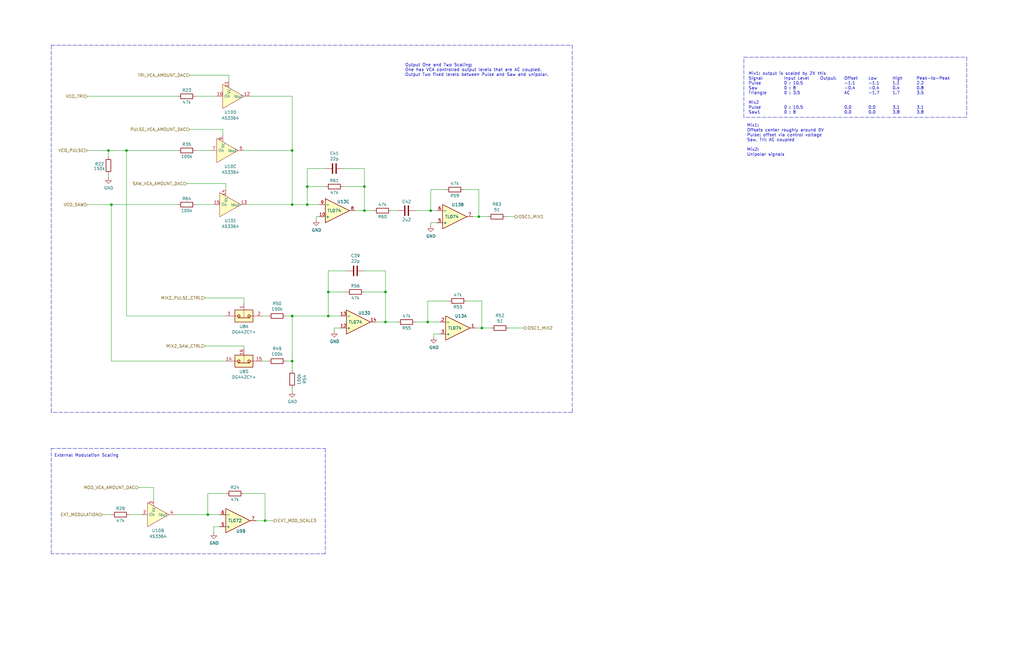
<source format=kicad_sch>
(kicad_sch (version 20230121) (generator eeschema)
  (paper "B")
  (title_block (title "Zoxnoxious 3340 Oscillator") (date "2024-06-20") (rev "0.7") (company "Zoxnoxious Engineering"))
  (lib_symbols
    (symbol "Amplifier_Operational:TL072" (pin_names (offset 0.127))
      (property "Reference" "U" (at 0 5.08 0))
      (property "Value" "TL072" (at 0 -5.08 0))
      (symbol "TL072_1_1"
        (polyline (pts (xy -5.08 5.08) (xy 5.08 0) (xy -5.08 -5.08) (xy -5.08 5.08)) (stroke (width 0.254)) (fill (type background)))
        (pin output line (at 7.62 0 180) (length 2.54) (name "~") (number "1"))
        (pin input line (at -7.62 -2.54 0) (length 2.54) (name "-") (number "2"))
        (pin input line (at -7.62 2.54 0) (length 2.54) (name "+") (number "3"))
      )
      (symbol "TL072_2_1"
        (polyline (pts (xy -5.08 5.08) (xy 5.08 0) (xy -5.08 -5.08) (xy -5.08 5.08)) (stroke (width 0.254)) (fill (type background)))
        (pin input line (at -7.62 2.54 0) (length 2.54) (name "+") (number "5"))
        (pin input line (at -7.62 -2.54 0) (length 2.54) (name "-") (number "6"))
        (pin output line (at 7.62 0 180) (length 2.54) (name "~") (number "7"))
      )
      (symbol "TL072_3_1"
        (pin power_in line (at -2.54 -7.62 90) (length 3.81) (name "V-") (number "4"))
        (pin power_in line (at -2.54 7.62 270) (length 3.81) (name "V+") (number "8"))
      )
    )
    (symbol "Amplifier_Operational:TL074" (pin_names (offset 0.127))
      (property "Reference" "U" (at 0 5.08 0))
      (property "Value" "TL074" (at 0 -5.08 0))
      (symbol "TL074_1_1"
        (polyline (pts (xy -5.08 5.08) (xy 5.08 0) (xy -5.08 -5.08) (xy -5.08 5.08)) (stroke (width 0.254)) (fill (type background)))
        (pin output line (at 7.62 0 180) (length 2.54) (name "~") (number "1"))
        (pin input line (at -7.62 -2.54 0) (length 2.54) (name "-") (number "2"))
        (pin input line (at -7.62 2.54 0) (length 2.54) (name "+") (number "3"))
      )
      (symbol "TL074_2_1"
        (polyline (pts (xy -5.08 5.08) (xy 5.08 0) (xy -5.08 -5.08) (xy -5.08 5.08)) (stroke (width 0.254)) (fill (type background)))
        (pin input line (at -7.62 2.54 0) (length 2.54) (name "+") (number "5"))
        (pin input line (at -7.62 -2.54 0) (length 2.54) (name "-") (number "6"))
        (pin output line (at 7.62 0 180) (length 2.54) (name "~") (number "7"))
      )
      (symbol "TL074_3_1"
        (polyline (pts (xy -5.08 5.08) (xy 5.08 0) (xy -5.08 -5.08) (xy -5.08 5.08)) (stroke (width 0.254)) (fill (type background)))
        (pin input line (at -7.62 2.54 0) (length 2.54) (name "+") (number "10"))
        (pin output line (at 7.62 0 180) (length 2.54) (name "~") (number "8"))
        (pin input line (at -7.62 -2.54 0) (length 2.54) (name "-") (number "9"))
      )
      (symbol "TL074_4_1"
        (polyline (pts (xy -5.08 5.08) (xy 5.08 0) (xy -5.08 -5.08) (xy -5.08 5.08)) (stroke (width 0.254)) (fill (type background)))
        (pin input line (at -7.62 2.54 0) (length 2.54) (name "+") (number "12"))
        (pin input line (at -7.62 -2.54 0) (length 2.54) (name "-") (number "13"))
        (pin output line (at 7.62 0 180) (length 2.54) (name "~") (number "14"))
      )
      (symbol "TL074_5_1"
        (pin power_in line (at -2.54 -7.62 90) (length 3.81) (name "V-") (number "11"))
        (pin power_in line (at -2.54 7.62 270) (length 3.81) (name "V+") (number "4"))
      )
    )
    (symbol "Analog_Switch:DG441xJ" (pin_names (offset 0.254))
      (property "Reference" "U" (at -3.175 5.334 0))
      (property "Value" "DG441xJ" (at -3.175 3.556 0))
      (symbol "DG441xJ_1_1"
        (rectangle (start -3.81 2.54) (end 3.81 -2.54) (stroke (width 0.254)) (fill (type background)))
        (circle (center -2.159 0) (radius 0.508) (stroke (width 0.254)))
        (polyline (pts (xy -5.08 0) (xy -2.794 0)))
        (polyline (pts (xy -2.54 0.762) (xy 2.54 0.762)) (stroke (width 0.254)))
        (polyline (pts (xy 0 -2.54) (xy 0 -2.032)))
        (polyline (pts (xy 0 -1.778) (xy 0 -1.524)))
        (polyline (pts (xy 0 -1.27) (xy 0 -1.016)))
        (polyline (pts (xy 0 -0.762) (xy 0 -0.508)))
        (polyline (pts (xy 0 -0.254) (xy 0 0)))
        (polyline (pts (xy 0 0.254) (xy 0 0.508)))
        (polyline (pts (xy 5.08 0) (xy 2.794 0)))
        (circle (center 2.159 0) (radius 0.508) (stroke (width 0.254)))
        (pin input line (at 0 -5.08 90) (length 2.54) (name "~") (number "1"))
        (pin passive line (at -7.62 0 0) (length 2.54) (name "~") (number "2"))
        (pin passive line (at 7.62 0 180) (length 2.54) (name "~") (number "3"))
      )
      (symbol "DG441xJ_2_1"
        (rectangle (start -3.81 2.54) (end 3.81 -2.54) (stroke (width 0.254)) (fill (type background)))
        (circle (center -2.159 0) (radius 0.508) (stroke (width 0.254)))
        (polyline (pts (xy -5.08 0) (xy -2.794 0)))
        (polyline (pts (xy -2.54 0.762) (xy 2.54 0.762)) (stroke (width 0.254)))
        (polyline (pts (xy 0 -2.54) (xy 0 -2.032)))
        (polyline (pts (xy 0 -1.778) (xy 0 -1.524)))
        (polyline (pts (xy 0 -1.27) (xy 0 -1.016)))
        (polyline (pts (xy 0 -0.762) (xy 0 -0.508)))
        (polyline (pts (xy 0 -0.254) (xy 0 0)))
        (polyline (pts (xy 0 0.254) (xy 0 0.508)))
        (polyline (pts (xy 5.08 0) (xy 2.794 0)))
        (circle (center 2.159 0) (radius 0.508) (stroke (width 0.254)))
        (pin passive line (at -7.62 0 0) (length 2.54) (name "~") (number "6"))
        (pin passive line (at 7.62 0 180) (length 2.54) (name "~") (number "7"))
        (pin input line (at 0 -5.08 90) (length 2.54) (name "~") (number "8"))
      )
      (symbol "DG441xJ_3_1"
        (rectangle (start -3.81 2.54) (end 3.81 -2.54) (stroke (width 0.254)) (fill (type background)))
        (circle (center -2.159 0) (radius 0.508) (stroke (width 0.254)))
        (polyline (pts (xy -5.08 0) (xy -2.794 0)))
        (polyline (pts (xy -2.54 0.762) (xy 2.54 0.762)) (stroke (width 0.254)))
        (polyline (pts (xy 0 -2.54) (xy 0 -2.032)))
        (polyline (pts (xy 0 -1.778) (xy 0 -1.524)))
        (polyline (pts (xy 0 -1.27) (xy 0 -1.016)))
        (polyline (pts (xy 0 -0.762) (xy 0 -0.508)))
        (polyline (pts (xy 0 -0.254) (xy 0 0)))
        (polyline (pts (xy 0 0.254) (xy 0 0.508)))
        (polyline (pts (xy 5.08 0) (xy 2.794 0)))
        (circle (center 2.159 0) (radius 0.508) (stroke (width 0.254)))
        (pin passive line (at -7.62 0 0) (length 2.54) (name "~") (number "10"))
        (pin passive line (at 7.62 0 180) (length 2.54) (name "~") (number "11"))
        (pin input line (at 0 -5.08 90) (length 2.54) (name "~") (number "9"))
      )
      (symbol "DG441xJ_4_1"
        (rectangle (start -3.81 2.54) (end 3.81 -2.54) (stroke (width 0.254)) (fill (type background)))
        (circle (center -2.159 0) (radius 0.508) (stroke (width 0.254)))
        (polyline (pts (xy -5.08 0) (xy -2.794 0)))
        (polyline (pts (xy -2.54 0.762) (xy 2.54 0.762)) (stroke (width 0.254)))
        (polyline (pts (xy 0 -2.54) (xy 0 -2.032)))
        (polyline (pts (xy 0 -1.778) (xy 0 -1.524)))
        (polyline (pts (xy 0 -1.27) (xy 0 -1.016)))
        (polyline (pts (xy 0 -0.762) (xy 0 -0.508)))
        (polyline (pts (xy 0 -0.254) (xy 0 0)))
        (polyline (pts (xy 0 0.254) (xy 0 0.508)))
        (polyline (pts (xy 5.08 0) (xy 2.794 0)))
        (circle (center 2.159 0) (radius 0.508) (stroke (width 0.254)))
        (pin passive line (at 7.62 0 180) (length 2.54) (name "~") (number "14"))
        (pin passive line (at -7.62 0 0) (length 2.54) (name "~") (number "15"))
        (pin input line (at 0 -5.08 90) (length 2.54) (name "~") (number "16"))
      )
      (symbol "DG441xJ_5_0"
        (pin no_connect line (at 2.54 10.16 270) (length 2.54) hide (name "NC") (number "12"))
        (pin power_in line (at 0 12.7 270) (length 2.54) (name "V+") (number "13"))
        (pin power_in line (at 2.54 -12.7 90) (length 2.54) (name "V-") (number "4"))
        (pin power_in line (at 0 -12.7 90) (length 2.54) (name "GND") (number "5"))
      )
      (symbol "DG441xJ_5_1"
        (rectangle (start -3.81 10.16) (end 6.35 -10.16) (stroke (width 0.254)) (fill (type background)))
      )
    )
    (symbol "Device:C" (pin_numbers hide) (pin_names (offset 0.254))
      (property "Reference" "C" (at 0.635 2.54 0))
      (property "Value" "C" (at 0.635 -2.54 0))
      (symbol "C_0_1"
        (polyline (pts (xy -2.032 -0.762) (xy 2.032 -0.762)) (stroke (width 0.508)))
        (polyline (pts (xy -2.032 0.762) (xy 2.032 0.762)) (stroke (width 0.508)))
      )
      (symbol "C_1_1"
        (pin passive line (at 0 3.81 270) (length 2.794) (name "~") (number "1"))
        (pin passive line (at 0 -3.81 90) (length 2.794) (name "~") (number "2"))
      )
    )
    (symbol "Device:R" (pin_numbers hide) (pin_names (offset 0))
      (property "Reference" "R" (at 2.032 0 90))
      (property "Value" "R" (at 0 0 90))
      (symbol "R_0_1"
        (rectangle (start -1.016 -2.54) (end 1.016 2.54) (stroke (width 0.254)))
      )
      (symbol "R_1_1"
        (pin passive line (at 0 3.81 270) (length 1.27) (name "~") (number "1"))
        (pin passive line (at 0 -3.81 90) (length 1.27) (name "~") (number "2"))
      )
    )
    (symbol "as3340:AS3364"
      (property "Reference" "U6" (at 3.81 -5.08 0))
      (property "Value" "AS3364" (at 6.35 -2.54 0))
      (symbol "AS3364_1_1"
        (rectangle (start -5.08 3.81) (end 6.35 -6.35) (stroke (width 0.1524)) (fill (type background)))
        (pin input line (at -7.62 1.27 0) (length 2.54) (name "Vref") (number "1"))
        (pin power_in line (at 1.27 6.35 270) (length 2.54) (name "Vcc") (number "16"))
        (pin power_in line (at -2.54 -8.89 90) (length 2.54) (name "GND") (number "8"))
        (pin power_in line (at 3.81 -8.89 90) (length 2.54) (name "Vee") (number "9"))
      )
      (symbol "AS3364_2_1"
        (polyline (pts (xy -2.54 0) (xy -2.54 -5.08) (xy 6.35 0) (xy -2.54 5.08) (xy -2.54 0)) (stroke (width 0.1524)) (fill (type background)))
        (pin input line (at -5.08 0 0) (length 2.54) (name "Iin") (number "2"))
        (pin input line (at 0 6.35 270) (length 2.54) (name "Vc") (number "3"))
        (pin output line (at 8.89 0 180) (length 2.54) (name "Iout") (number "4"))
      )
      (symbol "AS3364_3_1"
        (polyline (pts (xy -3.81 0) (xy -3.81 -5.08) (xy 5.08 0) (xy -3.81 5.08) (xy -3.81 0)) (stroke (width 0.1524)) (fill (type background)))
        (pin output line (at 7.62 0 180) (length 2.54) (name "Iout") (number "5"))
        (pin input line (at -1.27 6.35 270) (length 2.54) (name "Vc") (number "6"))
        (pin input line (at -6.35 0 0) (length 2.54) (name "Iin") (number "7"))
      )
      (symbol "AS3364_4_1"
        (polyline (pts (xy -2.54 0) (xy -2.54 -5.08) (xy 6.35 0) (xy -2.54 5.08) (xy -2.54 0)) (stroke (width 0.1524)) (fill (type background)))
        (pin input line (at -5.08 0 0) (length 2.54) (name "Iin") (number "10"))
        (pin input line (at 0 6.35 270) (length 2.54) (name "Vc") (number "11"))
        (pin output line (at 8.89 0 180) (length 2.54) (name "Iout") (number "12"))
      )
      (symbol "AS3364_5_1"
        (polyline (pts (xy -2.54 0) (xy -2.54 -5.08) (xy 6.35 0) (xy -2.54 5.08) (xy -2.54 0)) (stroke (width 0.1524)) (fill (type background)))
        (pin output line (at 8.89 0 180) (length 2.54) (name "Iout") (number "13"))
        (pin input line (at 0 6.35 270) (length 2.54) (name "Vc") (number "14"))
        (pin input line (at -5.08 0 0) (length 2.54) (name "Iin") (number "15"))
      )
    )
    (symbol "power:GND" (power) (pin_names (offset 0))
      (property "Value" "GND" (at 0 -3.81 0))
      (symbol "GND_0_1"
        (polyline (pts (xy 0 0) (xy 0 -1.27) (xy 1.27 -1.27) (xy 0 -2.54) (xy -1.27 -1.27) (xy 0 -1.27)))
      )
      (symbol "GND_1_1"
        (pin power_in line (at 0 0 270) (length 0) hide (name "GND") (number "1"))
      )
    )
  )
  (junction (at 46.99 86.36))
  (junction (at 138.43 133.35))
  (junction (at 123.19 63.5))
  (junction (at 203.2 138.43))
  (junction (at 138.43 123.19))
  (junction (at 45.72 63.5))
  (junction (at 123.19 152.4))
  (junction (at 123.19 86.36))
  (junction (at 181.61 88.9))
  (junction (at 153.67 78.74))
  (junction (at 87.63 217.17))
  (junction (at 162.56 135.89))
  (junction (at 111.76 219.71))
  (junction (at 180.34 135.89))
  (junction (at 153.67 88.9))
  (junction (at 129.54 78.74))
  (junction (at 129.54 86.36))
  (junction (at 162.56 123.19))
  (junction (at 123.19 133.35))
  (junction (at 53.34 63.5))
  (junction (at 201.93 91.44))
  (wire (pts (xy 203.2 138.43) (xy 200.66 138.43)))
  (wire (pts (xy 144.78 78.74) (xy 153.67 78.74)))
  (wire (pts (xy 138.43 114.3) (xy 138.43 123.19)))
  (wire (pts (xy 111.76 219.71) (xy 107.95 219.71)))
  (wire (pts (xy 53.34 133.35) (xy 95.25 133.35)))
  (wire (pts (xy 123.19 86.36) (xy 129.54 86.36)))
  (polyline (pts (xy 407.67 24.13) (xy 407.67 49.53)) (stroke (width 0) (type dash)))
  (wire (pts (xy 129.54 71.12) (xy 129.54 78.74)))
  (wire (pts (xy 123.19 40.64) (xy 123.19 63.5)))
  (wire (pts (xy 203.2 138.43) (xy 207.01 138.43)))
  (wire (pts (xy 95.25 208.28) (xy 87.63 208.28)))
  (wire (pts (xy 111.76 208.28) (xy 111.76 219.71)))
  (wire (pts (xy 113.03 152.4) (xy 110.49 152.4)))
  (polyline (pts (xy 241.3 173.99) (xy 21.59 173.99)) (stroke (width 0) (type dash)))
  (wire (pts (xy 180.34 127) (xy 180.34 135.89)))
  (wire (pts (xy 80.01 54.61) (xy 93.98 54.61)))
  (polyline (pts (xy 313.69 24.13) (xy 407.67 24.13)) (stroke (width 0) (type dash)))
  (wire (pts (xy 134.62 86.36) (xy 129.54 86.36)))
  (wire (pts (xy 102.87 208.28) (xy 111.76 208.28)))
  (wire (pts (xy 153.67 78.74) (xy 153.67 88.9)))
  (wire (pts (xy 182.88 142.24) (xy 182.88 140.97)))
  (wire (pts (xy 64.77 205.74) (xy 58.42 205.74)))
  (polyline (pts (xy 407.67 49.53) (xy 313.69 49.53)) (stroke (width 0) (type dash)))
  (wire (pts (xy 90.17 222.25) (xy 90.17 224.79)))
  (wire (pts (xy 123.19 156.21) (xy 123.19 152.4)))
  (wire (pts (xy 138.43 133.35) (xy 138.43 123.19)))
  (wire (pts (xy 80.01 31.75) (xy 96.52 31.75)))
  (wire (pts (xy 214.63 138.43) (xy 220.98 138.43)))
  (wire (pts (xy 138.43 123.19) (xy 146.05 123.19)))
  (wire (pts (xy 102.87 146.05) (xy 86.36 146.05)))
  (wire (pts (xy 36.83 40.64) (xy 74.93 40.64)))
  (wire (pts (xy 133.35 91.44) (xy 134.62 91.44)))
  (polyline (pts (xy 21.59 233.68) (xy 21.59 189.23)) (stroke (width 0) (type dash)))
  (wire (pts (xy 129.54 78.74) (xy 137.16 78.74)))
  (polyline (pts (xy 137.16 189.23) (xy 137.16 233.68)) (stroke (width 0) (type dash)))
  (wire (pts (xy 111.76 219.71) (xy 115.57 219.71)))
  (wire (pts (xy 203.2 127) (xy 203.2 138.43)))
  (wire (pts (xy 123.19 133.35) (xy 138.43 133.35)))
  (wire (pts (xy 158.75 135.89) (xy 162.56 135.89)))
  (wire (pts (xy 205.74 91.44) (xy 201.93 91.44)))
  (wire (pts (xy 43.18 217.17) (xy 46.99 217.17)))
  (wire (pts (xy 182.88 140.97) (xy 185.42 140.97)))
  (wire (pts (xy 162.56 114.3) (xy 162.56 123.19)))
  (polyline (pts (xy 241.3 19.05) (xy 241.3 173.99)) (stroke (width 0) (type dash)))
  (wire (pts (xy 87.63 217.17) (xy 92.71 217.17)))
  (wire (pts (xy 146.05 114.3) (xy 138.43 114.3)))
  (wire (pts (xy 45.72 63.5) (xy 53.34 63.5)))
  (wire (pts (xy 181.61 88.9) (xy 184.15 88.9)))
  (wire (pts (xy 181.61 95.25) (xy 181.61 93.98)))
  (wire (pts (xy 162.56 123.19) (xy 162.56 135.89)))
  (wire (pts (xy 36.83 63.5) (xy 45.72 63.5)))
  (wire (pts (xy 93.98 54.61) (xy 93.98 57.15)))
  (wire (pts (xy 153.67 71.12) (xy 153.67 78.74)))
  (wire (pts (xy 153.67 114.3) (xy 162.56 114.3)))
  (wire (pts (xy 180.34 135.89) (xy 185.42 135.89)))
  (wire (pts (xy 123.19 63.5) (xy 123.19 86.36)))
  (wire (pts (xy 102.87 128.27) (xy 102.87 125.73)))
  (polyline (pts (xy 21.59 19.05) (xy 241.3 19.05)) (stroke (width 0) (type dash)))
  (wire (pts (xy 95.25 77.47) (xy 78.74 77.47)))
  (wire (pts (xy 153.67 123.19) (xy 162.56 123.19)))
  (wire (pts (xy 36.83 86.36) (xy 46.99 86.36)))
  (wire (pts (xy 105.41 40.64) (xy 123.19 40.64)))
  (wire (pts (xy 92.71 222.25) (xy 90.17 222.25)))
  (wire (pts (xy 181.61 80.01) (xy 187.96 80.01)))
  (wire (pts (xy 213.36 91.44) (xy 217.17 91.44)))
  (wire (pts (xy 73.66 217.17) (xy 87.63 217.17)))
  (wire (pts (xy 123.19 133.35) (xy 123.19 152.4)))
  (wire (pts (xy 165.1 88.9) (xy 167.64 88.9)))
  (wire (pts (xy 180.34 127) (xy 189.23 127)))
  (polyline (pts (xy 21.59 173.99) (xy 21.59 19.05)) (stroke (width 0) (type dash)))
  (wire (pts (xy 201.93 91.44) (xy 199.39 91.44)))
  (wire (pts (xy 95.25 80.01) (xy 95.25 77.47)))
  (wire (pts (xy 46.99 86.36) (xy 74.93 86.36)))
  (wire (pts (xy 53.34 63.5) (xy 74.93 63.5)))
  (wire (pts (xy 64.77 210.82) (xy 64.77 205.74)))
  (wire (pts (xy 201.93 80.01) (xy 201.93 91.44)))
  (wire (pts (xy 133.35 92.71) (xy 133.35 91.44)))
  (wire (pts (xy 144.78 71.12) (xy 153.67 71.12)))
  (wire (pts (xy 82.55 63.5) (xy 88.9 63.5)))
  (wire (pts (xy 175.26 135.89) (xy 180.34 135.89)))
  (wire (pts (xy 113.03 133.35) (xy 110.49 133.35)))
  (wire (pts (xy 45.72 73.66) (xy 45.72 74.93)))
  (wire (pts (xy 82.55 86.36) (xy 90.17 86.36)))
  (wire (pts (xy 95.25 152.4) (xy 46.99 152.4)))
  (wire (pts (xy 54.61 217.17) (xy 59.69 217.17)))
  (wire (pts (xy 102.87 146.05) (xy 102.87 147.32)))
  (wire (pts (xy 181.61 88.9) (xy 181.61 80.01)))
  (polyline (pts (xy 21.59 189.23) (xy 137.16 189.23)) (stroke (width 0) (type dash)))
  (wire (pts (xy 162.56 135.89) (xy 167.64 135.89)))
  (wire (pts (xy 96.52 34.29) (xy 96.52 31.75)))
  (wire (pts (xy 195.58 80.01) (xy 201.93 80.01)))
  (wire (pts (xy 46.99 86.36) (xy 46.99 152.4)))
  (wire (pts (xy 120.65 133.35) (xy 123.19 133.35)))
  (wire (pts (xy 87.63 208.28) (xy 87.63 217.17)))
  (wire (pts (xy 102.87 63.5) (xy 123.19 63.5)))
  (wire (pts (xy 175.26 88.9) (xy 181.61 88.9)))
  (wire (pts (xy 149.86 88.9) (xy 153.67 88.9)))
  (wire (pts (xy 143.51 133.35) (xy 138.43 133.35)))
  (wire (pts (xy 196.85 127) (xy 203.2 127)))
  (wire (pts (xy 53.34 63.5) (xy 53.34 133.35)))
  (wire (pts (xy 123.19 165.1) (xy 123.19 163.83)))
  (wire (pts (xy 45.72 63.5) (xy 45.72 66.04)))
  (wire (pts (xy 181.61 93.98) (xy 184.15 93.98)))
  (polyline (pts (xy 313.69 49.53) (xy 313.69 24.13)) (stroke (width 0) (type dash)))
  (wire (pts (xy 153.67 88.9) (xy 157.48 88.9)))
  (wire (pts (xy 120.65 152.4) (xy 123.19 152.4)))
  (polyline (pts (xy 137.16 233.68) (xy 21.59 233.68)) (stroke (width 0) (type dash)))
  (wire (pts (xy 137.16 71.12) (xy 129.54 71.12)))
  (wire (pts (xy 129.54 78.74) (xy 129.54 86.36)))
  (wire (pts (xy 82.55 40.64) (xy 91.44 40.64)))
  (wire (pts (xy 140.97 139.7) (xy 140.97 138.43)))
  (wire (pts (xy 104.14 86.36) (xy 123.19 86.36)))
  (wire (pts (xy 102.87 125.73) (xy 86.36 125.73)))
  (wire (pts (xy 140.97 138.43) (xy 143.51 138.43)))
  (text "Mix1: output is scaled by 2X this\nSignal		Input Level	Output:	Offset	Low		High	Peak-to-Peak\nPulse		0 : 10.5			-1.1	-1.1	1.1		2.2\nSaw			0 : 8				-0.4	-0.4	0.4		0.8\nTriangle	0 : 3.5				AC		-1.7	1.7		3.5\n\nMix2\nPulse		0 : 10.5			0.0		0.0		3.1		3.1\nSaw1		0 : 8				0.0		0.0		3.8		3.8" (at 315.595 48.26 0) (effects (font (size 1.27 1.27)) (justify left bottom)))
  (text "Output One and Two Scaling:\nOne has VCA controlled output levels that are AC coupled.\nOutput Two fixed levels between Pulse and Saw and unipolar." (at 170.815 32.385 0) (effects (font (size 1.27 1.27)) (justify left bottom)))
  (text "Mix1:\nOffsets center roughly around 0V\nPulse: offset via control voltage\nSaw, Tri: AC coupled\n\nMix2:\nUnipolar signals" (at 314.96 66.04 0) (effects (font (size 1.27 1.27)) (justify left bottom)))
  (text "External Modulation Scaling" (at 22.86 193.04 0) (effects (font (size 1.27 1.27)) (justify left bottom)))
  (hierarchical_label "VCO_TRI" (shape input) (at 36.83 40.64 180))
  (hierarchical_label "OSC1_MIX1" (shape output) (at 217.17 91.44 0))
  (hierarchical_label "PULSE_VCA_AMOUNT_DAC" (shape input) (at 80.01 54.61 180))
  (hierarchical_label "MIX2_PULSE_CTRL" (shape input) (at 86.36 125.73 180))
  (hierarchical_label "EXT_MOD_SCALED" (shape output) (at 115.57 219.71 0))
  (hierarchical_label "VCO_SAW" (shape input) (at 36.83 86.36 180))
  (hierarchical_label "TRI_VCA_AMOUNT_DAC" (shape input) (at 80.01 31.75 180))
  (hierarchical_label "VCO_PULSE" (shape input) (at 36.83 63.5 180))
  (hierarchical_label "EXT_MODULATION" (shape input) (at 43.18 217.17 180))
  (hierarchical_label "MIX2_SAW_CTRL" (shape input) (at 86.36 146.05 180))
  (hierarchical_label "SAW_VCA_AMOUNT_DAC" (shape input) (at 78.74 77.47 180))
  (hierarchical_label "OSC1_MIX2" (shape output) (at 220.98 138.43 0))
  (hierarchical_label "MOD_VCA_AMOUNT_DAC" (shape input) (at 58.42 205.74 180))
  (symbol (lib_id "Device:R") (at 78.74 63.5 90) (unit 1)
    (property "Reference" "R35" (at 78.74 60.96 90))
    (property "Value" "100k" (at 78.74 66.04 90))
    (property "Footprint" "Resistor_SMD:R_0603_1608Metric" (effects hide))
    (property "LCSC Part" "C25803" (effects hide))
  )
  (symbol (lib_id "Device:R") (at 116.84 133.35 90) (unit 1)
    (property "Reference" "R50" (at 116.84 128.0922 90))
    (property "Value" "150k" (at 116.84 130.4036 90))
    (property "Footprint" "Resistor_SMD:R_0603_1608Metric" (effects hide))
    (property "LCSC Part" "C22807" (effects hide))
  )
  (symbol (lib_id "Analog_Switch:DG441xJ") (at 102.87 133.35 180) (unit 1)
    (property "Reference" "U8" (at 102.87 137.795 0))
    (property "Value" "DG442CY+" (at 102.87 140.1064 0))
    (property "Footprint" "Package_SO:SOIC-16_3.9x9.9mm_P1.27mm" (effects hide))
    (property "Datasheet" "https://datasheets.maximintegrated.com/en/ds/DG441-DG442.pdf" (effects hide))
    (property "Digikey" "DG442CY+-ND" (effects hide))
    (property "LCSC Part" "C2673321" (effects hide))
  )
  (symbol (lib_id "Analog_Switch:DG441xJ") (at 102.87 152.4 180) (unit 4)
    (property "Reference" "U8" (at 102.87 156.845 0))
    (property "Value" "DG442CY+" (at 102.87 159.1564 0))
    (property "Footprint" "Package_SO:SOIC-16_3.9x9.9mm_P1.27mm" (effects hide))
    (property "Datasheet" "https://datasheets.maximintegrated.com/en/ds/DG441-DG442.pdf" (effects hide))
    (property "Digikey" "DG442CY+-ND" (effects hide))
    (property "LCSC Part" "C2673321" (effects hide))
  )
  (symbol (lib_id "Amplifier_Operational:TL074") (at 142.24 88.9 0) (mirror x) (unit 3)
    (property "Reference" "U13" (at 144.78 85.09 0))
    (property "Value" "TL074" (at 140.97 88.9 0))
    (property "Footprint" "Package_SO:TSSOP-14_4.4x5mm_P0.65mm" (effects hide))
    (property "Datasheet" "http://www.ti.com/lit/ds/symlink/tl071.pdf" (effects hide))
    (property "LCSC Part" "C96507" (effects hide))
  )
  (symbol (lib_id "Amplifier_Operational:TL074") (at 191.77 91.44 0) (mirror x) (unit 2)
    (property "Reference" "U13" (at 193.04 86.36 0))
    (property "Value" "TL074" (at 190.5 91.44 0))
    (property "Footprint" "Package_SO:TSSOP-14_4.4x5mm_P0.65mm" (effects hide))
    (property "Datasheet" "http://www.ti.com/lit/ds/symlink/tl071.pdf" (effects hide))
    (property "LCSC Part" "C96507" (effects hide))
  )
  (symbol (lib_id "Device:R") (at 78.74 86.36 90) (unit 1)
    (property "Reference" "R64" (at 78.74 83.82 90))
    (property "Value" "100k" (at 78.74 88.9 90))
    (property "Footprint" "Resistor_SMD:R_0603_1608Metric" (effects hide))
    (property "LCSC Part" "C25803" (effects hide))
  )
  (symbol (lib_id "Device:R") (at 210.82 138.43 90) (unit 1)
    (property "Reference" "R52" (at 210.82 133.1722 90))
    (property "Value" "51" (at 210.82 135.4836 90))
    (property "Footprint" "Resistor_SMD:R_0805_2012Metric" (effects hide))
    (property "LCSC Part" "C17738" (effects hide))
  )
  (symbol (lib_id "Device:R") (at 78.74 40.64 90) (unit 1)
    (property "Reference" "R23" (at 78.74 38.1 90))
    (property "Value" "47k" (at 78.74 43.18 90))
    (property "Footprint" "Resistor_SMD:R_0603_1608Metric" (effects hide))
    (property "LCSC Part" "C25819" (effects hide))
  )
  (symbol (lib_id "Device:R") (at 123.19 160.02 0) (unit 1)
    (property "Reference" "R54" (at 128.4478 160.02 90))
    (property "Value" "100k" (at 126.1364 160.02 90))
    (property "Footprint" "Resistor_SMD:R_0603_1608Metric" (effects hide))
    (property "LCSC Part" "C25803" (effects hide))
  )
  (symbol (lib_id "power:GND") (at 123.19 165.1 0) (unit 1)
    (property "Reference" "#PWR0122" (effects hide))
    (property "Value" "GND" (at 123.317 169.4942 0))
  )
  (symbol (lib_id "Device:R") (at 140.97 78.74 90) (unit 1)
    (property "Reference" "R61" (at 140.97 76.2 90))
    (property "Value" "47k" (at 140.97 81.28 90))
    (property "Footprint" "Resistor_SMD:R_0603_1608Metric" (effects hide))
    (property "LCSC Part" "C25819" (effects hide))
  )
  (symbol (lib_id "Device:R") (at 116.84 152.4 90) (unit 1)
    (property "Reference" "R49" (at 116.84 147.1422 90))
    (property "Value" "100k" (at 116.84 149.4536 90))
    (property "Footprint" "Resistor_SMD:R_0603_1608Metric" (effects hide))
    (property "LCSC Part" "C25803" (effects hide))
  )
  (symbol (lib_id "power:GND") (at 181.61 95.25 0) (unit 1)
    (property "Reference" "#PWR05" (effects hide))
    (property "Value" "GND" (at 181.737 99.6442 0))
  )
  (symbol (lib_id "Device:R") (at 191.77 80.01 270) (unit 1)
    (property "Reference" "R59" (at 191.77 82.55 90))
    (property "Value" "47k" (at 191.77 77.47 90))
    (property "Footprint" "Resistor_SMD:R_0603_1608Metric" (effects hide))
    (property "LCSC Part" "C25819" (effects hide))
  )
  (symbol (lib_id "Device:R") (at 161.29 88.9 270) (unit 1)
    (property "Reference" "R60" (at 161.29 91.44 90))
    (property "Value" "47k" (at 161.29 86.36 90))
    (property "Footprint" "Resistor_SMD:R_0603_1608Metric" (effects hide))
    (property "LCSC Part" "C25819" (effects hide))
  )
  (symbol (lib_id "Device:R") (at 209.55 91.44 90) (unit 1)
    (property "Reference" "R63" (at 209.55 86.1822 90))
    (property "Value" "51" (at 209.55 88.4936 90))
    (property "Footprint" "Resistor_SMD:R_0805_2012Metric" (effects hide))
    (property "LCSC Part" "C17738" (effects hide))
  )
  (symbol (lib_id "Device:C") (at 140.97 71.12 270) (unit 1)
    (property "Reference" "C41" (at 140.97 64.7192 90))
    (property "Value" "22p" (at 140.97 67.0306 90))
    (property "Footprint" "Capacitor_SMD:C_0603_1608Metric" (effects hide))
    (property "LCSC Part" "C1653" (effects hide))
  )
  (symbol (lib_id "Amplifier_Operational:TL074") (at 151.13 135.89 0) (mirror x) (unit 4)
    (property "Reference" "U13" (at 153.67 132.08 0))
    (property "Value" "TL074" (at 149.86 135.89 0))
    (property "Footprint" "Package_SO:TSSOP-14_4.4x5mm_P0.65mm" (effects hide))
    (property "Datasheet" "http://www.ti.com/lit/ds/symlink/tl071.pdf" (effects hide))
    (property "LCSC Part" "C96507" (effects hide))
  )
  (symbol (lib_id "Device:R") (at 149.86 123.19 90) (unit 1)
    (property "Reference" "R56" (at 149.86 120.65 90))
    (property "Value" "47k" (at 149.86 125.73 90))
    (property "Footprint" "Resistor_SMD:R_0603_1608Metric" (effects hide))
    (property "LCSC Part" "C25819" (effects hide))
  )
  (symbol (lib_id "power:GND") (at 182.88 142.24 0) (unit 1)
    (property "Reference" "#PWR029" (effects hide))
    (property "Value" "GND" (at 183.007 146.6342 0))
  )
  (symbol (lib_id "Device:R") (at 193.04 127 270) (unit 1)
    (property "Reference" "R53" (at 193.04 129.54 90))
    (property "Value" "47k" (at 193.04 124.46 90))
    (property "Footprint" "Resistor_SMD:R_0603_1608Metric" (effects hide))
    (property "LCSC Part" "C25819" (effects hide))
  )
  (symbol (lib_id "Device:R") (at 171.45 135.89 270) (unit 1)
    (property "Reference" "R55" (at 171.45 138.43 90))
    (property "Value" "47k" (at 171.45 133.35 90))
    (property "Footprint" "Resistor_SMD:R_0603_1608Metric" (effects hide))
    (property "LCSC Part" "C25819" (effects hide))
  )
  (symbol (lib_id "Amplifier_Operational:TL074") (at 193.04 138.43 0) (mirror x) (unit 1)
    (property "Reference" "U13" (at 194.31 133.35 0))
    (property "Value" "TL074" (at 191.77 138.43 0))
    (property "Footprint" "Package_SO:TSSOP-14_4.4x5mm_P0.65mm" (effects hide))
    (property "Datasheet" "http://www.ti.com/lit/ds/symlink/tl071.pdf" (effects hide))
    (property "LCSC Part" "C96507" (effects hide))
  )
  (symbol (lib_id "Device:C") (at 149.86 114.3 270) (unit 1)
    (property "Reference" "C39" (at 149.86 107.8992 90))
    (property "Value" "22p" (at 149.86 110.2106 90))
    (property "Footprint" "Capacitor_SMD:C_0603_1608Metric" (effects hide))
    (property "LCSC Part" "C1653" (effects hide))
  )
  (symbol (lib_id "power:GND") (at 140.97 139.7 0) (unit 1)
    (property "Reference" "#PWR014" (effects hide))
    (property "Value" "GND" (at 141.097 144.0942 0))
  )
  (symbol (lib_id "as3340:AS3364") (at 96.52 40.64 0) (unit 4)
    (property "Reference" "U10" (at 97.155 47.3893 0))
    (property "Value" "AS3364" (at 97.155 49.8135 0))
    (property "Footprint" "Package_SO:SOIC-16_3.9x9.9mm_P1.27mm" (effects hide))
    (property "Datasheet" "https://cabintechglobal.com/pdf/ALFA_RPAR_AS3364.pdf" (effects hide))
  )
  (symbol (lib_id "as3340:AS3364") (at 95.25 63.5 0) (unit 3)
    (property "Reference" "U10" (at 97.155 70.2493 0))
    (property "Value" "AS3364" (at 97.155 72.6735 0))
    (property "Footprint" "Package_SO:SOIC-16_3.9x9.9mm_P1.27mm" (effects hide))
    (property "Datasheet" "https://cabintechglobal.com/pdf/ALFA_RPAR_AS3364.pdf" (effects hide))
  )
  (symbol (lib_id "Device:R") (at 45.72 69.85 180) (unit 1)
    (property "Reference" "R22" (at 41.91 69.215 0))
    (property "Value" "150k" (at 41.91 71.12 0))
    (property "Footprint" "Resistor_SMD:R_0603_1608Metric" (effects hide))
    (property "LCSC Part" "C22807" (effects hide))
  )
  (symbol (lib_id "Device:R") (at 50.8 217.17 90) (unit 1)
    (property "Reference" "R29" (at 50.8 214.63 90))
    (property "Value" "47k" (at 50.8 219.71 90))
    (property "Footprint" "Resistor_SMD:R_0603_1608Metric" (effects hide))
    (property "LCSC Part" "C25819" (effects hide))
  )
  (symbol (lib_id "Device:R") (at 99.06 208.28 90) (unit 1)
    (property "Reference" "R24" (at 99.06 205.74 90))
    (property "Value" "47k" (at 99.06 210.82 90))
    (property "Footprint" "Resistor_SMD:R_0603_1608Metric" (effects hide))
    (property "LCSC Part" "C25819" (effects hide))
  )
  (symbol (lib_id "as3340:AS3364") (at 64.77 217.17 0) (unit 2)
    (property "Reference" "U10" (at 66.675 223.9193 0))
    (property "Value" "AS3364" (at 66.675 226.3435 0))
    (property "Footprint" "Package_SO:SOIC-16_3.9x9.9mm_P1.27mm" (effects hide))
    (property "Datasheet" "https://cabintechglobal.com/pdf/ALFA_RPAR_AS3364.pdf" (effects hide))
  )
  (symbol (lib_id "power:GND") (at 45.72 74.93 0) (unit 1)
    (property "Reference" "#PWR017" (effects hide))
    (property "Value" "GND" (at 45.847 79.3242 0))
  )
  (symbol (lib_id "as3340:AS3364") (at 95.25 86.36 0) (unit 5)
    (property "Reference" "U10" (at 97.155 93.1093 0))
    (property "Value" "AS3364" (at 97.155 95.5335 0))
    (property "Footprint" "Package_SO:SOIC-16_3.9x9.9mm_P1.27mm" (effects hide))
    (property "Datasheet" "https://cabintechglobal.com/pdf/ALFA_RPAR_AS3364.pdf" (effects hide))
  )
  (symbol (lib_id "Device:C") (at 171.45 88.9 270) (unit 1)
    (property "Reference" "C42" (at 171.45 85.09 90))
    (property "Value" "2u2" (at 171.45 92.71 90))
    (property "Footprint" "Capacitor_THT:C_Rect_L7.2mm_W5.5mm_P5.00mm_FKS2_FKP2_MKS2_MKP2" (effects hide))
    (property "Digikey" "MKS2B042201F00KSSD" (effects hide))
  )
  (symbol (lib_id "Amplifier_Operational:TL072") (at 100.33 219.71 0) (mirror x) (unit 2)
    (property "Reference" "U9" (at 101.6 224.155 0))
    (property "Value" "TL072" (at 99.06 219.71 0))
    (property "Footprint" "Package_SO:SSOP-8_3.9x5.05mm_P1.27mm" (effects hide))
    (property "Datasheet" "http://www.ti.com/lit/ds/symlink/tl071.pdf" (effects hide))
    (property "LCSC Part" "C6961" (effects hide))
  )
  (symbol (lib_id "power:GND") (at 90.17 224.79 0) (unit 1)
    (property "Reference" "#PWR059" (effects hide))
    (property "Value" "GND" (at 90.297 229.1842 0))
  )
  (symbol (lib_id "power:GND") (at 133.35 92.71 0) (unit 1)
    (property "Reference" "#PWR055" (effects hide))
    (property "Value" "GND" (at 133.477 97.1042 0))
  )
)
</source>
